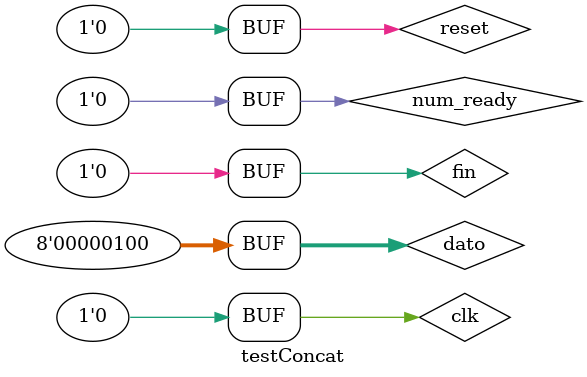
<source format=v>
`timescale 1ns / 1ps


module testConcat;

	// Inputs
	reg clk;
	reg reset;
	reg [7:0] dato;
	reg num_ready;
	reg fin;

	// Outputs
	wire [31:0] resultado;

	// Instantiate the Unit Under Test (UUT)
	ConcatenadorNumeros uut (
		.clk(clk), 
		.reset(reset), 
		.dato(dato), 
		.num_ready(num_ready), 
		.fin(fin),
		.resultado(resultado)
	);

	initial begin
		// Initialize Inputs
		clk = 0;
		reset = 1;
		dato = 0;
		num_ready = 0;
		fin = 0;

		// Wait 100 ns for global reset to finish
		#50;
		reset = 0;
		#20;
		dato = 9; 					//1
		#20
		num_ready = 1;
		#20;
		num_ready = 0;
		#20;
		dato = 8; 					//2
		#20
		num_ready = 1;
		#20;
		num_ready = 0;
		#20;
		dato = 1; 					//3
		#20
		num_ready = 1;
		#20;
		num_ready = 0;		
		#20;
		dato = 4; 					//4
		#20
		num_ready = 1;
		#20;
		num_ready = 0;
		#40;
		fin = 1;
		#20;
		fin=0;
		
		
	//	reset = 0;
		
        
		// Add stimulus here

	end
	
	
		always
	begin
		#10; clk = 1;
		#10; clk = 0;
	end
      
endmodule


</source>
